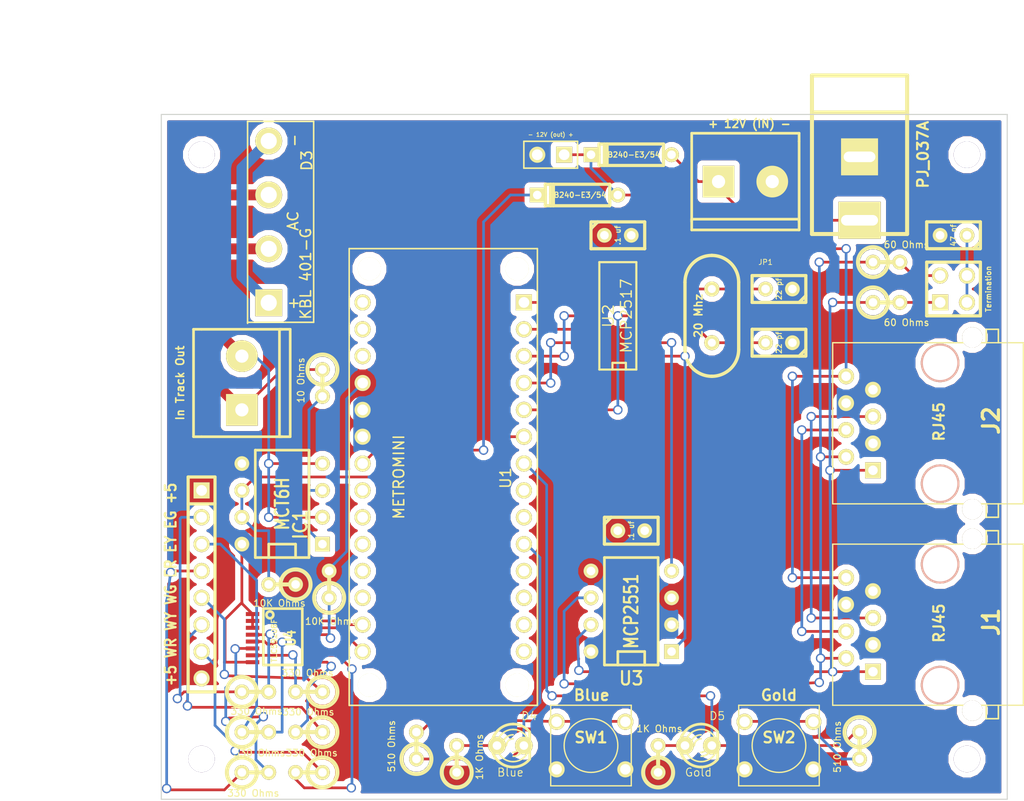
<source format=kicad_pcb>
(kicad_pcb (version 3) (host pcbnew "(2013-june-11)-stable")
  (layers (15 F.Cu signal) (0 B.Cu signal) (18 B.Paste user) (19 F.Paste user) (20 B.SilkS user) (21 F.SilkS user) (22 B.Mask user) (23 F.Mask user) (28 Edge.Cuts user))
  (net 0 "")
  (net 1 +5V)
  (net 2 "/East Green")
  (net 3 "/East Red")
  (net 4 "/East Yellow")
  (net 5 "/West Green")
  (net 6 "/West Red")
  (net 7 "/West Yellow")
  (net 8 CS)
  (net 9 GND)
  (net 10 INT)
  (net 11 MISO)
  (net 12 MOSI)
  (net 13 N-000001)
  (net 14 N-0000011)
  (net 15 N-0000012)
  (net 16 N-0000013)
  (net 17 N-0000014)
  (net 18 N-0000015)
  (net 19 N-0000016)
  (net 20 N-0000017)
  (net 21 N-0000018)
  (net 22 N-0000019)
  (net 23 N-000002)
  (net 24 N-0000020)
  (net 25 N-0000021)
  (net 26 N-0000022)
  (net 27 N-0000023)
  (net 28 N-0000024)
  (net 29 N-0000025)
  (net 30 N-0000026)
  (net 31 N-000003)
  (net 32 N-0000031)
  (net 33 N-000004)
  (net 34 N-0000041)
  (net 35 N-0000042)
  (net 36 N-000005)
  (net 37 N-0000051)
  (net 38 N-0000052)
  (net 39 N-0000053)
  (net 40 N-000006)
  (net 41 N-0000068)
  (net 42 N-000007)
  (net 43 N-000008)
  (net 44 N-000009)
  (net 45 SCL)
  (net 46 SCLK)
  (net 47 SDA)
  (net 48 Vin)
  (module SO14N (layer F.Cu) (at 127 121.92 90)
    (fp_text reference U2 (at 0 -0.9 90) (layer F.SilkS) (effects (font (size 1.016 1.143) (thickness 0.127))))
    (fp_text value MCP2517 (at 0 0.8 90) (layer F.SilkS) (effects (font (size 1.016 1.016) (thickness 0.127))))
    (pad 1 smd rect (at -3.81 2.7 90) (size 0.6 1.5) (layers F.Cu F.Paste F.Mask) (net 39 N-0000053))
    (pad 2 smd rect (at -2.54 2.7 90) (size 0.6 1.5) (layers F.Cu F.Paste F.Mask) (net 41 N-0000068))
    (pad 3 smd rect (at -1.27 2.7 90) (size 0.6 1.5) (layers F.Cu F.Paste F.Mask))
    (pad 4 smd rect (at 0 2.7 90) (size 0.6 1.5) (layers F.Cu F.Paste F.Mask) (net 10 INT))
    (pad 5 smd rect (at 1.27 2.7 90) (size 0.6 1.5) (layers F.Cu F.Paste F.Mask) (net 38 N-0000052))
    (pad 6 smd rect (at 2.54 2.7 90) (size 0.6 1.5) (layers F.Cu F.Paste F.Mask) (net 37 N-0000051))
    (pad 7 smd rect (at 3.81 2.7 90) (size 0.6 1.5) (layers F.Cu F.Paste F.Mask) (net 9 GND))
    (pad 8 smd rect (at 3.81 -2.7 90) (size 0.6 1.6) (layers F.Cu F.Paste F.Mask))
    (pad 9 smd rect (at 2.54 -2.7 90) (size 0.6 1.5) (layers F.Cu F.Paste F.Mask))
    (pad 11 smd rect (at 0 -2.7 90) (size 0.6 1.5) (layers F.Cu F.Paste F.Mask) (net 12 MOSI))
    (pad 12 smd rect (at -1.27 -2.7 90) (size 0.6 1.5) (layers F.Cu F.Paste F.Mask) (net 11 MISO))
    (pad 13 smd rect (at -2.54 -2.7 90) (size 0.6 1.5) (layers F.Cu F.Paste F.Mask) (net 8 CS))
    (pad 14 smd rect (at -3.81 -2.7 90) (size 0.6 1.5) (layers F.Cu F.Paste F.Mask) (net 1 +5V))
    (pad 10 smd rect (at 1.27 -2.7 90) (size 0.6 1.5) (layers F.Cu F.Paste F.Mask) (net 46 SCLK))
  )
  (module SW_PUSH_SMALL (layer F.Cu) (at 124.46 162.56)
    (fp_text reference SW1 (at 0 -0.762) (layer F.SilkS) (effects (font (size 1.016 1.016) (thickness 0.2032))))
    (fp_text value Blue (at 0.0635 -4.7625) (layer F.SilkS) (effects (font (size 1.016 1.016) (thickness 0.2032))))
    (pad 1 thru_hole circle (at 3.25 -2.25) (size 1.524 1.524) (drill 0.99) (layers *.Cu *.Mask F.SilkS) (net 44 N-000009))
    (pad 2 thru_hole circle (at 3.25 2.25) (size 1.524 1.524) (drill 0.99) (layers *.Cu *.Mask F.SilkS) (net 9 GND))
    (pad 1 thru_hole circle (at -3.25 -2.25) (size 1.525 1.525) (drill 0.99) (layers *.Cu *.Mask F.SilkS) (net 44 N-000009))
    (pad 2 thru_hole circle (at -3.25 2.25) (size 1.524 1.524) (drill 0.99) (layers *.Cu *.Mask F.SilkS) (net 9 GND))
  )
  (module SW_PUSH_SMALL (layer F.Cu) (at 142.24 162.56)
    (fp_text reference SW2 (at 0 -0.762) (layer F.SilkS) (effects (font (size 1.016 1.016) (thickness 0.2032))))
    (fp_text value Gold (at 0 -4.7625) (layer F.SilkS) (effects (font (size 1.016 1.016) (thickness 0.2032))))
    (pad 1 thru_hole circle (at 3.25 -2.25) (size 1.524 1.524) (drill 0.99) (layers *.Cu *.Mask F.SilkS) (net 43 N-000008))
    (pad 2 thru_hole circle (at 3.25 2.25) (size 1.524 1.524) (drill 0.99) (layers *.Cu *.Mask F.SilkS) (net 9 GND))
    (pad 1 thru_hole circle (at -3.25 -2.25) (size 1.524 1.524) (drill 0.99) (layers *.Cu *.Mask F.SilkS) (net 43 N-000008))
    (pad 2 thru_hole circle (at -3.25 2.25) (size 1.524 1.524) (drill 0.99) (layers *.Cu *.Mask F.SilkS) (net 9 GND))
  )
  (module RJ45_8N-S (layer F.Cu) (at 157.48 132.08 90)
    (fp_text reference J2 (at 0.254 4.826 90) (layer F.SilkS) (effects (font (size 1.524 1.524) (thickness 0.3048))))
    (fp_text value RJ45 (at 0.14224 -0.1016 90) (layer F.SilkS) (effects (font (size 1.00076 1.00076) (thickness 0.2032))))
    (pad "" np_thru_hole circle (at 5.715 0 90) (size 3.64998 3.64998) (drill 3.2512) (layers *.Cu *.SilkS *.Mask))
    (pad "" np_thru_hole circle (at -5.715 0 90) (size 3.64998 3.64998) (drill 3.2512) (layers *.Cu *.SilkS *.Mask))
    (pad 1 thru_hole rect (at -4.445 -6.35 90) (size 1.50114 1.50114) (drill 0.89916) (layers *.Cu *.Mask F.SilkS) (net 35 N-0000042))
    (pad 2 thru_hole circle (at -3.175 -8.89 90) (size 1.50114 1.50114) (drill 0.89916) (layers *.Cu *.Mask F.SilkS) (net 34 N-0000041))
    (pad 3 thru_hole circle (at -1.905 -6.35 90) (size 1.50114 1.50114) (drill 0.89916) (layers *.Cu *.Mask F.SilkS) (net 9 GND))
    (pad 4 thru_hole circle (at -0.635 -8.89 90) (size 1.50114 1.50114) (drill 0.89916) (layers *.Cu *.Mask F.SilkS) (net 17 N-0000014))
    (pad 5 thru_hole circle (at 0.635 -6.35 90) (size 1.50114 1.50114) (drill 0.89916) (layers *.Cu *.Mask F.SilkS) (net 16 N-0000013))
    (pad 6 thru_hole circle (at 1.905 -8.89 90) (size 1.50114 1.50114) (drill 0.89916) (layers *.Cu *.Mask F.SilkS) (net 9 GND))
    (pad 7 thru_hole circle (at 3.175 -6.35 90) (size 1.50114 1.50114) (drill 0.89916) (layers *.Cu *.Mask F.SilkS) (net 9 GND))
    (pad 8 thru_hole circle (at 4.445 -8.89 90) (size 1.50114 1.50114) (drill 0.89916) (layers *.Cu *.Mask F.SilkS) (net 15 N-0000012))
    (pad "" thru_hole circle (at -8.128 3.048 90) (size 1.9304 1.9304) (drill 1.9304) (layers *.Cu *.Mask F.SilkS))
    (pad "" thru_hole circle (at 8.128 3.048 90) (size 1.9304 1.9304) (drill 1.9304) (layers *.Cu *.Mask F.SilkS))
  )
  (module RJ45_8N-S (layer F.Cu) (at 157.48 151.13 90)
    (fp_text reference J1 (at 0.254 4.826 90) (layer F.SilkS) (effects (font (size 1.524 1.524) (thickness 0.3048))))
    (fp_text value RJ45 (at 0.14224 -0.1016 90) (layer F.SilkS) (effects (font (size 1.00076 1.00076) (thickness 0.2032))))
    (pad "" np_thru_hole circle (at 5.715 0 90) (size 3.64998 3.64998) (drill 3.2512) (layers *.Cu *.SilkS *.Mask))
    (pad "" np_thru_hole circle (at -5.715 0 90) (size 3.64998 3.64998) (drill 3.2512) (layers *.Cu *.SilkS *.Mask))
    (pad 1 thru_hole rect (at -4.445 -6.35 90) (size 1.50114 1.50114) (drill 0.89916) (layers *.Cu *.Mask F.SilkS) (net 35 N-0000042))
    (pad 2 thru_hole circle (at -3.175 -8.89 90) (size 1.50114 1.50114) (drill 0.89916) (layers *.Cu *.Mask F.SilkS) (net 34 N-0000041))
    (pad 3 thru_hole circle (at -1.905 -6.35 90) (size 1.50114 1.50114) (drill 0.89916) (layers *.Cu *.Mask F.SilkS) (net 9 GND))
    (pad 4 thru_hole circle (at -0.635 -8.89 90) (size 1.50114 1.50114) (drill 0.89916) (layers *.Cu *.Mask F.SilkS) (net 17 N-0000014))
    (pad 5 thru_hole circle (at 0.635 -6.35 90) (size 1.50114 1.50114) (drill 0.89916) (layers *.Cu *.Mask F.SilkS) (net 16 N-0000013))
    (pad 6 thru_hole circle (at 1.905 -8.89 90) (size 1.50114 1.50114) (drill 0.89916) (layers *.Cu *.Mask F.SilkS) (net 9 GND))
    (pad 7 thru_hole circle (at 3.175 -6.35 90) (size 1.50114 1.50114) (drill 0.89916) (layers *.Cu *.Mask F.SilkS) (net 9 GND))
    (pad 8 thru_hole circle (at 4.445 -8.89 90) (size 1.50114 1.50114) (drill 0.89916) (layers *.Cu *.Mask F.SilkS) (net 15 N-0000012))
    (pad "" thru_hole circle (at -8.128 3.048 90) (size 1.9304 1.9304) (drill 1.9304) (layers *.Cu *.Mask F.SilkS))
    (pad "" thru_hole circle (at 8.128 3.048 90) (size 1.9304 1.9304) (drill 1.9304) (layers *.Cu *.Mask F.SilkS))
  )
  (module R1 (layer F.Cu) (at 95.25 147.32 180)
    (fp_text reference R5 hide)
    (fp_text value "10K Ohms" (at 0.254 -1.778 180) (layer F.SilkS) (effects (font (size 0.635 0.635) (thickness 0.1016))))
    (pad 1 thru_hole circle (at -1.27 0 180) (size 1.397 1.397) (drill 0.8128) (layers *.Cu *.Mask F.SilkS) (net 1 +5V))
    (pad 2 thru_hole circle (at 1.27 0 180) (size 1.397 1.397) (drill 0.8128) (layers *.Cu *.Mask F.SilkS) (net 13 N-000001))
  )
  (module R1 (layer F.Cu) (at 99.06 128.27 270)
    (fp_text reference R4 hide)
    (fp_text value "10 Ohms" (at -0.254 2.032 270) (layer F.SilkS) (effects (font (size 0.635 0.635) (thickness 0.1016))))
    (pad 1 thru_hole circle (at -1.27 0 270) (size 1.397 1.397) (drill 0.8128) (layers *.Cu *.Mask F.SilkS) (net 19 N-0000016))
    (pad 2 thru_hole circle (at 1.27 0 270) (size 1.397 1.397) (drill 0.8128) (layers *.Cu *.Mask F.SilkS) (net 23 N-000002))
  )
  (module R1 (layer F.Cu) (at 152.4 116.84)
    (fp_text reference R3 hide)
    (fp_text value "60 Ohms" (at 1.905 -1.651) (layer F.SilkS) (effects (font (size 0.635 0.635) (thickness 0.1016))))
    (pad 1 thru_hole circle (at -1.27 0) (size 1.397 1.397) (drill 0.8128) (layers *.Cu *.Mask F.SilkS) (net 34 N-0000041))
    (pad 2 thru_hole circle (at 1.27 0) (size 1.397 1.397) (drill 0.8128) (layers *.Cu *.Mask F.SilkS) (net 22 N-0000019))
  )
  (module R1 (layer F.Cu) (at 152.4 120.65)
    (fp_text reference R2 hide)
    (fp_text value "60 Ohms" (at 1.905 1.905) (layer F.SilkS) (effects (font (size 0.635 0.635) (thickness 0.1016))))
    (pad 1 thru_hole circle (at -1.27 0) (size 1.397 1.397) (drill 0.8128) (layers *.Cu *.Mask F.SilkS) (net 35 N-0000042))
    (pad 2 thru_hole circle (at 1.27 0) (size 1.397 1.397) (drill 0.8128) (layers *.Cu *.Mask F.SilkS) (net 24 N-0000020))
  )
  (module PIN_ARRAY_2X2 (layer F.Cu) (at 158.75 119.38)
    (fp_text reference P1 hide)
    (fp_text value Termination (at 3.302 0 90) (layer F.SilkS) (effects (font (size 0.5 0.5) (thickness 0.1016))))
    (pad 1 thru_hole rect (at -1.27 1.27) (size 1.524 1.524) (drill 1.016) (layers *.Cu *.Mask F.SilkS) (net 24 N-0000020))
    (pad 2 thru_hole circle (at -1.27 -1.27) (size 1.524 1.524) (drill 1.016) (layers *.Cu *.Mask F.SilkS) (net 22 N-0000019))
    (pad 3 thru_hole circle (at 1.27 1.27) (size 1.524 1.524) (drill 1.016) (layers *.Cu *.Mask F.SilkS) (net 21 N-0000018))
    (pad 4 thru_hole circle (at 1.27 -1.27) (size 1.524 1.524) (drill 1.016) (layers *.Cu *.Mask F.SilkS) (net 21 N-0000018))
  )
  (module mors_2p (layer F.Cu) (at 139.065 109.22)
    (fp_text reference P2 hide)
    (fp_text value "+ 12V (IN) -" (at 0.381 -5.461) (layer F.SilkS) (effects (font (size 0.75 0.75))))
    (pad 1 thru_hole rect (at -2.54 0) (size 2.99974 2.99974) (drill 1.24968) (layers *.Cu *.Mask F.SilkS) (net 31 N-000003))
    (pad 2 thru_hole circle (at 2.54 0) (size 2.99974 2.99974) (drill 1.24968) (layers *.Cu *.Mask F.SilkS) (net 9 GND))
  )
  (module mors_2p (layer F.Cu) (at 91.44 128.27 90)
    (fp_text reference P3 hide)
    (fp_text value "In Track Out" (at 0 -5.842 90) (layer F.SilkS) (effects (font (size 0.75 0.75))))
    (pad 1 thru_hole rect (at -2.54 0 90) (size 2.99974 2.99974) (drill 1.24968) (layers *.Cu *.Mask F.SilkS) (net 19 N-0000016))
    (pad 2 thru_hole circle (at 2.54 0 90) (size 2.99974 2.99974) (drill 1.24968) (layers *.Cu *.Mask F.SilkS) (net 18 N-0000015))
  )
  (module MetroMini (layer F.Cu) (at 110.49 137.16 270)
    (fp_text reference U1 (at 0.1 -5.9 270) (layer F.SilkS))
    (fp_text value METROMINI (at 0 4.2 270) (layer F.SilkS))
    (pad "" np_thru_hole circle (at -19.685 -6.985 270) (size 2.2 2.2) (drill 2.2) (layers *.Cu *.Mask F.SilkS))
    (pad "" np_thru_hole circle (at -19.685 6.985 270) (size 2.2 2.2) (drill 2.2) (layers *.Cu *.Mask F.SilkS))
    (pad "" np_thru_hole circle (at 19.685 -6.985 270) (size 2.2 2.2) (drill 2.2) (layers *.Cu *.Mask F.SilkS))
    (pad "" np_thru_hole circle (at 19.685 6.985 270) (size 2.2 2.2) (drill 2.2) (layers *.Cu *.Mask F.SilkS))
    (pad 7 thru_hole circle (at -1.27 -7.63 270) (size 1.524 1.524) (drill 1.016) (layers *.Cu *.Mask F.SilkS) (net 36 N-000005))
    (pad 6 thru_hole circle (at -3.81 -7.63 270) (size 1.524 1.524) (drill 1.016) (layers *.Cu *.Mask F.SilkS) (net 13 N-000001))
    (pad 5 thru_hole circle (at -6.35 -7.63 270) (size 1.524 1.524) (drill 1.016) (layers *.Cu *.Mask F.SilkS) (net 10 INT))
    (pad 4 thru_hole circle (at -8.89 -7.63 270) (size 1.524 1.524) (drill 1.016) (layers *.Cu *.Mask F.SilkS) (net 8 CS))
    (pad 3 thru_hole circle (at -11.43 -7.63 270) (size 1.524 1.524) (drill 1.016) (layers *.Cu *.Mask F.SilkS) (net 12 MOSI))
    (pad 2 thru_hole circle (at -13.97 -7.63 270) (size 1.524 1.524) (drill 1.016) (layers *.Cu *.Mask F.SilkS) (net 11 MISO))
    (pad 1 thru_hole rect (at -16.51 -7.63 270) (size 1.524 1.524) (drill 1.016) (layers *.Cu *.Mask F.SilkS) (net 46 SCLK))
    (pad 8 thru_hole circle (at 1.27 -7.63 270) (size 1.524 1.524) (drill 1.016) (layers *.Cu *.Mask F.SilkS))
    (pad 9 thru_hole circle (at 3.81 -7.63 270) (size 1.524 1.524) (drill 1.016) (layers *.Cu *.Mask F.SilkS))
    (pad 10 thru_hole circle (at 6.35 -7.63 270) (size 1.524 1.524) (drill 1.016) (layers *.Cu *.Mask F.SilkS) (net 33 N-000004))
    (pad 11 thru_hole circle (at 8.89 -7.63 270) (size 1.524 1.524) (drill 1.016) (layers *.Cu *.Mask F.SilkS))
    (pad 12 thru_hole circle (at 11.43 -7.63 270) (size 1.524 1.524) (drill 1.016) (layers *.Cu *.Mask F.SilkS))
    (pad 13 thru_hole circle (at 13.97 -7.63 270) (size 1.524 1.524) (drill 1.016) (layers *.Cu *.Mask F.SilkS))
    (pad 14 thru_hole circle (at 16.51 -7.63 270) (size 1.524 1.524) (drill 1.016) (layers *.Cu *.Mask F.SilkS))
    (pad 15 thru_hole circle (at 16.51 7.63 270) (size 1.524 1.524) (drill 1.016) (layers *.Cu *.Mask F.SilkS) (net 45 SCL))
    (pad 16 thru_hole circle (at 13.97 7.63 270) (size 1.524 1.524) (drill 1.016) (layers *.Cu *.Mask F.SilkS) (net 47 SDA))
    (pad 17 thru_hole circle (at 11.43 7.63 270) (size 1.524 1.524) (drill 1.016) (layers *.Cu *.Mask F.SilkS))
    (pad 18 thru_hole circle (at 8.89 7.63 270) (size 1.524 1.524) (drill 1.016) (layers *.Cu *.Mask F.SilkS))
    (pad 19 thru_hole circle (at 6.35 7.63 270) (size 1.524 1.524) (drill 1.016) (layers *.Cu *.Mask F.SilkS))
    (pad 20 thru_hole circle (at 3.81 7.63 270) (size 1.524 1.524) (drill 1.016) (layers *.Cu *.Mask F.SilkS))
    (pad 21 thru_hole circle (at 1.27 7.63 270) (size 1.524 1.524) (drill 1.016) (layers *.Cu *.Mask F.SilkS))
    (pad 22 thru_hole circle (at -1.27 7.63 270) (size 1.524 1.524) (drill 1.016) (layers *.Cu *.Mask F.SilkS) (net 48 Vin))
    (pad 23 thru_hole circle (at -3.81 7.63 270) (size 1.524 1.524) (drill 1.016) (layers *.Cu *.Mask F.SilkS) (net 9 GND))
    (pad 24 thru_hole circle (at -6.35 7.63 270) (size 1.524 1.524) (drill 1.016) (layers *.Cu *.Mask F.SilkS) (net 9 GND))
    (pad 25 thru_hole circle (at -8.89 7.63 270) (size 1.524 1.524) (drill 1.016) (layers *.Cu *.Mask F.SilkS) (net 1 +5V))
    (pad 26 thru_hole circle (at -11.43 7.63 270) (size 1.524 1.524) (drill 1.016) (layers *.Cu *.Mask F.SilkS))
    (pad 27 thru_hole circle (at -13.97 7.63 270) (size 1.524 1.524) (drill 1.016) (layers *.Cu *.Mask F.SilkS))
    (pad 28 thru_hole circle (at -16.51 7.63 270) (size 1.524 1.524) (drill 1.016) (layers *.Cu *.Mask F.SilkS))
  )
  (module KBL (layer F.Cu) (at 93.98 113.03 90)
    (fp_text reference D3 (at 5.8 3.6 90) (layer F.SilkS))
    (fp_text value "KBL 401-G" (at -4.9 3.5 90) (layer F.SilkS))
    (fp_text user AC (at 0.1 2.3 90) (layer F.SilkS))
    (fp_text user - (at 7.7 2.4 90) (layer F.SilkS))
    (fp_text user + (at -7.7 2.3 90) (layer F.SilkS))
    (pad 1 thru_hole rect (at -7.65 0 90) (size 2.54 2.54) (drill 1.524) (layers *.Cu *.Mask F.SilkS) (net 20 N-0000017))
    (pad 2 thru_hole circle (at -2.55 0 90) (size 2.54 2.54) (drill 1.524) (layers *.Cu *.Mask F.SilkS) (net 18 N-0000015))
    (pad 3 thru_hole circle (at 2.55 0 90) (size 2.54 2.54) (drill 1.524) (layers *.Cu *.Mask F.SilkS) (net 19 N-0000016))
    (pad 4 thru_hole circle (at 7.65 0 90) (size 2.54 2.54) (drill 1.524) (layers *.Cu *.Mask F.SilkS) (net 20 N-0000017))
  )
  (module HC-49V (layer F.Cu) (at 135.89 121.92 90)
    (fp_text reference X1 hide)
    (fp_text value "20 Mhz" (at 0 -1.27 90) (layer F.SilkS) (effects (font (size 0.75 0.75))))
    (pad 1 thru_hole circle (at -2.54 0 90) (size 1.4224 1.4224) (drill 0.762) (layers *.Cu *.Mask F.SilkS) (net 38 N-0000052))
    (pad 2 thru_hole circle (at 2.54 0 90) (size 1.4224 1.4224) (drill 0.762) (layers *.Cu *.Mask F.SilkS) (net 37 N-0000051))
  )
  (module DIP-8__300 (layer F.Cu) (at 95.25 139.7 90)
    (fp_text reference IC1 (at -1.9685 1.7145 90) (layer F.SilkS) (effects (font (size 1.27 1.143) (thickness 0.2032))))
    (fp_text value MCT6H (at 0 0 90) (layer F.SilkS) (effects (font (size 1.27 1.016) (thickness 0.2032))))
    (pad 1 thru_hole rect (at -3.81 3.81 90) (size 1.397 1.397) (drill 0.8128) (layers *.Cu *.Mask F.SilkS) (net 23 N-000002))
    (pad 2 thru_hole circle (at -1.27 3.81 90) (size 1.397 1.397) (drill 0.8128) (layers *.Cu *.Mask F.SilkS) (net 18 N-0000015))
    (pad 3 thru_hole circle (at 1.27 3.81 90) (size 1.397 1.397) (drill 0.8128) (layers *.Cu *.Mask F.SilkS) (net 23 N-000002))
    (pad 4 thru_hole circle (at 3.81 3.81 90) (size 1.397 1.397) (drill 0.8128) (layers *.Cu *.Mask F.SilkS) (net 18 N-0000015))
    (pad 5 thru_hole circle (at 3.81 -3.81 90) (size 1.397 1.397) (drill 0.8128) (layers *.Cu *.Mask F.SilkS) (net 9 GND))
    (pad 6 thru_hole circle (at 1.27 -3.81 90) (size 1.397 1.397) (drill 0.8128) (layers *.Cu *.Mask F.SilkS) (net 13 N-000001))
    (pad 7 thru_hole circle (at -1.27 -3.81 90) (size 1.397 1.397) (drill 0.8128) (layers *.Cu *.Mask F.SilkS) (net 13 N-000001))
    (pad 8 thru_hole circle (at -3.81 -3.81 90) (size 1.397 1.397) (drill 0.8128) (layers *.Cu *.Mask F.SilkS) (net 9 GND))
  )
  (module DIP-8__300 (layer F.Cu) (at 128.27 149.86 90)
    (fp_text reference U3 (at -6.35 0 180) (layer F.SilkS) (effects (font (size 1.27 1.143) (thickness 0.2032))))
    (fp_text value MCP2551 (at 0 0 90) (layer F.SilkS) (effects (font (size 1.27 1.016) (thickness 0.2032))))
    (pad 1 thru_hole rect (at -3.81 3.81 90) (size 1.397 1.397) (drill 0.8128) (layers *.Cu *.Mask F.SilkS) (net 39 N-0000053))
    (pad 2 thru_hole circle (at -1.27 3.81 90) (size 1.397 1.397) (drill 0.8128) (layers *.Cu *.Mask F.SilkS) (net 9 GND))
    (pad 3 thru_hole circle (at 1.27 3.81 90) (size 1.397 1.397) (drill 0.8128) (layers *.Cu *.Mask F.SilkS) (net 1 +5V))
    (pad 4 thru_hole circle (at 3.81 3.81 90) (size 1.397 1.397) (drill 0.8128) (layers *.Cu *.Mask F.SilkS) (net 41 N-0000068))
    (pad 5 thru_hole circle (at 3.81 -3.81 90) (size 1.397 1.397) (drill 0.8128) (layers *.Cu *.Mask F.SilkS) (net 1 +5V))
    (pad 6 thru_hole circle (at 1.27 -3.81 90) (size 1.397 1.397) (drill 0.8128) (layers *.Cu *.Mask F.SilkS) (net 34 N-0000041))
    (pad 7 thru_hole circle (at -1.27 -3.81 90) (size 1.397 1.397) (drill 0.8128) (layers *.Cu *.Mask F.SilkS) (net 35 N-0000042))
    (pad 8 thru_hole circle (at -3.81 -3.81 90) (size 1.397 1.397) (drill 0.8128) (layers *.Cu *.Mask F.SilkS) (net 9 GND))
  )
  (module D3 (layer F.Cu) (at 128.27 106.68 180)
    (fp_text reference D2 hide)
    (fp_text value SB240-E3/54 (at 0 0 180) (layer F.SilkS) (effects (font (size 0.5 0.5) (thickness 0.1016))))
    (pad 2 thru_hole rect (at 3.81 0 180) (size 1.397 1.397) (drill 0.8128) (layers *.Cu *.Mask F.SilkS) (net 14 N-0000011))
    (pad 1 thru_hole circle (at -3.81 0 180) (size 1.397 1.397) (drill 0.8128) (layers *.Cu *.Mask F.SilkS) (net 31 N-000003))
  )
  (module D3 (layer F.Cu) (at 123.19 110.49 180)
    (fp_text reference D1 hide)
    (fp_text value SB240-E3/54 (at 0 0 180) (layer F.SilkS) (effects (font (size 0.5 0.5) (thickness 0.1016))))
    (pad 2 thru_hole rect (at 3.81 0 180) (size 1.397 1.397) (drill 0.8128) (layers *.Cu *.Mask F.SilkS) (net 48 Vin))
    (pad 1 thru_hole circle (at -3.81 0 180) (size 1.397 1.397) (drill 0.8128) (layers *.Cu *.Mask F.SilkS) (net 14 N-0000011))
  )
  (module C1 (layer F.Cu) (at 128.27 142.24)
    (fp_text reference C3 hide)
    (fp_text value ".1 uf" (at 0 0 90) (layer F.SilkS) (effects (font (size 0.5 0.5) (thickness 0.1016))))
    (pad 1 thru_hole circle (at -1.27 0) (size 1.397 1.397) (drill 0.8128) (layers *.Cu *.Mask F.SilkS) (net 1 +5V))
    (pad 2 thru_hole circle (at 1.27 0) (size 1.397 1.397) (drill 0.8128) (layers *.Cu *.Mask F.SilkS) (net 9 GND))
  )
  (module C1 (layer F.Cu) (at 158.75 114.3 180)
    (fp_text reference C4 hide)
    (fp_text value "47 nf" (at 0 0 270) (layer F.SilkS) (effects (font (size 0.5 0.5) (thickness 0.1016))))
    (pad 1 thru_hole circle (at -1.27 0 180) (size 1.397 1.397) (drill 0.8128) (layers *.Cu *.Mask F.SilkS) (net 21 N-0000018))
    (pad 2 thru_hole circle (at 1.27 0 180) (size 1.397 1.397) (drill 0.8128) (layers *.Cu *.Mask F.SilkS) (net 9 GND))
  )
  (module C1 (layer F.Cu) (at 142.24 124.46 180)
    (fp_text reference C2 hide)
    (fp_text value "22 pf" (at 0 0 270) (layer F.SilkS) (effects (font (size 0.5 0.5) (thickness 0.1016))))
    (pad 1 thru_hole circle (at -1.27 0 180) (size 1.397 1.397) (drill 0.8128) (layers *.Cu *.Mask F.SilkS) (net 9 GND))
    (pad 2 thru_hole circle (at 1.27 0 180) (size 1.397 1.397) (drill 0.8128) (layers *.Cu *.Mask F.SilkS) (net 38 N-0000052))
  )
  (module C1 (layer F.Cu) (at 142.24 119.38 180)
    (fp_text reference C1 hide)
    (fp_text value "22 pf" (at 0 0 270) (layer F.SilkS) (effects (font (size 0.5 0.5) (thickness 0.1016))))
    (pad 1 thru_hole circle (at -1.27 0 180) (size 1.397 1.397) (drill 0.8128) (layers *.Cu *.Mask F.SilkS) (net 9 GND))
    (pad 2 thru_hole circle (at 1.27 0 180) (size 1.397 1.397) (drill 0.8128) (layers *.Cu *.Mask F.SilkS) (net 37 N-0000051))
  )
  (module MountingHole_2-5mm_RevA_Date21Jun2010 (layer F.Cu) (at 160.02 106.68)
    (fp_text reference MH hide)
    (fp_text value MountingHole_2-5mm_RevA_Date21Jun2010 hide)
    (pad 1 thru_hole circle (at 0 0) (size 2.49936 2.49936) (drill 2.49936) (layers))
  )
  (module MountingHole_2-5mm_RevA_Date21Jun2010 (layer F.Cu) (at 160.02 163.83)
    (fp_text reference MH hide)
    (fp_text value MountingHole_2-5mm_RevA_Date21Jun2010 hide)
    (pad 1 thru_hole circle (at 0 0) (size 2.49936 2.49936) (drill 2.49936) (layers))
  )
  (module MountingHole_2-5mm_RevA_Date21Jun2010 (layer F.Cu) (at 87.63 163.83)
    (fp_text reference MH hide)
    (fp_text value MountingHole_2-5mm_RevA_Date21Jun2010 hide)
    (pad 1 thru_hole circle (at 0 0) (size 2.49936 2.49936) (drill 2.49936) (layers))
  )
  (module MountingHole_2-5mm_RevA_Date21Jun2010 (layer F.Cu) (at 87.63 106.68)
    (fp_text reference MH hide)
    (fp_text value MountingHole_2-5mm_RevA_Date21Jun2010 hide)
    (pad 1 thru_hole circle (at 0 0) (size 2.49936 2.49936) (drill 2.49936) (layers))
  )
  (module ScrewTerm2.54-2 (layer F.Cu) (at 120.65 106.68 180)
    (fp_text reference P5 hide)
    (fp_text value "- 12V (out) +" (at 0 1.905 180) (layer F.SilkS) (effects (font (size 0.381 0.381) (thickness 0.075))))
    (pad 1 thru_hole rect (at -1.27 0 270) (size 1.524 1.524) (drill 1.016) (layers *.Cu *.Mask F.SilkS) (net 14 N-0000011))
    (pad 2 thru_hole circle (at 1.27 0 270) (size 1.524 1.524) (drill 1.016) (layers *.Cu *.Mask F.SilkS) (net 9 GND))
  )
  (module R1 (layer F.Cu) (at 111.76 163.83 90)
    (fp_text reference R9 hide)
    (fp_text value "1K Ohms" (at 0.1905 2.159 90) (layer F.SilkS) (effects (font (size 0.635 0.635) (thickness 0.1016))))
    (pad 1 thru_hole circle (at -1.27 0 90) (size 1.397 1.397) (drill 0.8128) (layers *.Cu *.Mask F.SilkS) (net 1 +5V))
    (pad 2 thru_hole circle (at 1.27 0 90) (size 1.397 1.397) (drill 0.8128) (layers *.Cu *.Mask F.SilkS) (net 42 N-000007))
  )
  (module R1 (layer F.Cu) (at 130.81 163.83 90)
    (fp_text reference R10 hide)
    (fp_text value "1K Ohms" (at 2.8575 0.127 180) (layer F.SilkS) (effects (font (size 0.635 0.635) (thickness 0.1016))))
    (pad 1 thru_hole circle (at -1.27 0 90) (size 1.397 1.397) (drill 0.8128) (layers *.Cu *.Mask F.SilkS) (net 1 +5V))
    (pad 2 thru_hole circle (at 1.27 0 90) (size 1.397 1.397) (drill 0.8128) (layers *.Cu *.Mask F.SilkS) (net 40 N-000006))
  )
  (module R1 (layer F.Cu) (at 107.95 162.56 90)
    (fp_text reference R11 hide)
    (fp_text value "510 Ohms" (at -0.0635 -2.3495 90) (layer F.SilkS) (effects (font (size 0.635 0.635) (thickness 0.1016))))
    (pad 1 thru_hole circle (at -1.27 0 90) (size 1.397 1.397) (drill 0.8128) (layers *.Cu *.Mask F.SilkS) (net 33 N-000004))
    (pad 2 thru_hole circle (at 1.27 0 90) (size 1.397 1.397) (drill 0.8128) (layers *.Cu *.Mask F.SilkS) (net 44 N-000009))
  )
  (module R1 (layer F.Cu) (at 149.86 162.56 270)
    (fp_text reference R12 hide)
    (fp_text value "510 Ohms" (at 0.127 2.0955 270) (layer F.SilkS) (effects (font (size 0.635 0.635) (thickness 0.1016))))
    (pad 1 thru_hole circle (at -1.27 0 270) (size 1.397 1.397) (drill 0.8128) (layers *.Cu *.Mask F.SilkS) (net 36 N-000005))
    (pad 2 thru_hole circle (at 1.27 0 270) (size 1.397 1.397) (drill 0.8128) (layers *.Cu *.Mask F.SilkS) (net 43 N-000008))
  )
  (module LED-3MM (layer F.Cu) (at 116.84 162.56)
    (fp_text reference D4 (at 1.778 -2.794) (layer F.SilkS) (effects (font (size 0.762 0.762) (thickness 0.0889))))
    (fp_text value Blue (at 0 2.54) (layer F.SilkS) (effects (font (size 0.762 0.762) (thickness 0.0889))))
    (pad 1 thru_hole circle (at -1.27 0) (size 1.6764 1.6764) (drill 0.8128) (layers *.Cu *.Mask F.SilkS) (net 42 N-000007))
    (pad 2 thru_hole circle (at 1.27 0) (size 1.6764 1.6764) (drill 0.8128) (layers *.Cu *.Mask F.SilkS) (net 33 N-000004))
  )
  (module LED-3MM (layer F.Cu) (at 134.62 162.56)
    (fp_text reference D5 (at 1.778 -2.794) (layer F.SilkS) (effects (font (size 0.762 0.762) (thickness 0.0889))))
    (fp_text value Gold (at 0 2.54) (layer F.SilkS) (effects (font (size 0.762 0.762) (thickness 0.0889))))
    (pad 1 thru_hole circle (at -1.27 0) (size 1.6764 1.6764) (drill 0.8128) (layers *.Cu *.Mask F.SilkS) (net 40 N-000006))
    (pad 2 thru_hole circle (at 1.27 0) (size 1.6764 1.6764) (drill 0.8128) (layers *.Cu *.Mask F.SilkS) (net 36 N-000005))
  )
  (module C1 (layer F.Cu) (at 127 114.3)
    (fp_text reference C5 hide)
    (fp_text value ".1 uf" (at 0 0 90) (layer F.SilkS) (effects (font (size 0.5 0.5) (thickness 0.1016))))
    (pad 1 thru_hole circle (at -1.27 0) (size 1.397 1.397) (drill 0.8128) (layers *.Cu *.Mask F.SilkS) (net 1 +5V))
    (pad 2 thru_hole circle (at 1.27 0) (size 1.397 1.397) (drill 0.8128) (layers *.Cu *.Mask F.SilkS) (net 9 GND))
  )
  (module BARREL_JACK_nosw (layer F.Cu) (at 149.86 106.68 270)
    (fp_text reference CON1 hide)
    (fp_text value PJ_037A (at 0 -5.99948 270) (layer F.SilkS) (effects (font (size 1.016 1.016) (thickness 0.2032))))
    (pad 1 thru_hole rect (at 6.2 0 270) (size 3.50012 4) (drill oval 1 3.5) (layers *.Cu *.Mask F.SilkS) (net 31 N-000003))
    (pad 2 thru_hole rect (at 0.2 0 270) (size 3.50012 3.50012) (drill oval 1.00076 2.99974) (layers *.Cu *.Mask F.SilkS) (net 9 GND))
  )
  (module ClosedJumper (layer F.Cu) (at 140.97 115.57)
    (fp_text reference JP1 (at 0 1.27) (layer F.SilkS) (effects (font (size 0.5 0.5) (thickness 0.075))))
    (fp_text value JUMPER hide)
    (fp_line (start -1.27 0) (end 1.27 0) (layer F.Cu) (width 0.3))
    (pad 1 smd rect (at 1.27 0) (size 1.27 1.27) (layers F.Cu F.Paste F.Mask) (net 15 N-0000012))
    (pad 2 smd rect (at -1.27 0) (size 1.27 1.27) (layers F.Cu F.Paste F.Mask) (net 14 N-0000011))
  )
  (module TSSOP16 (layer F.Cu) (at 95.25 152.4 270)
    (fp_text reference U4 (at 0 -0.7493 270) (layer F.SilkS) (effects (font (size 1.016 0.762) (thickness 0.1905))))
    (fp_text value TLC59208F (at 0.24892 0.7493 270) (layer F.SilkS) (effects (font (size 0.5 0.5) (thickness 0.1))))
    (pad 1 smd rect (at -2.27584 2.79908 270) (size 0.381 1.27) (layers F.Cu F.Paste F.Mask) (net 9 GND))
    (pad 2 smd rect (at -1.6256 2.79908 270) (size 0.381 1.27) (layers F.Cu F.Paste F.Mask) (net 9 GND))
    (pad 3 smd rect (at -0.97536 2.79908 270) (size 0.381 1.27) (layers F.Cu F.Paste F.Mask) (net 9 GND))
    (pad 4 smd rect (at -0.32512 2.79908 270) (size 0.381 1.27) (layers F.Cu F.Paste F.Mask) (net 30 N-0000026))
    (pad 5 smd rect (at 0.32512 2.79908 270) (size 0.381 1.27) (layers F.Cu F.Paste F.Mask) (net 29 N-0000025))
    (pad 6 smd rect (at 0.97536 2.79908 270) (size 0.381 1.27) (layers F.Cu F.Paste F.Mask) (net 28 N-0000024))
    (pad 7 smd rect (at 1.6256 2.79908 270) (size 0.381 1.27) (layers F.Cu F.Paste F.Mask) (net 27 N-0000023))
    (pad 8 smd rect (at 2.27584 2.79908 270) (size 0.381 1.27) (layers F.Cu F.Paste F.Mask) (net 9 GND))
    (pad 9 smd rect (at 2.27584 -2.79908 270) (size 0.381 1.27) (layers F.Cu F.Paste F.Mask) (net 26 N-0000022))
    (pad 10 smd rect (at 1.6256 -2.79908 270) (size 0.381 1.27) (layers F.Cu F.Paste F.Mask) (net 25 N-0000021))
    (pad 11 smd rect (at 0.97536 -2.79908 270) (size 0.381 1.27) (layers F.Cu F.Paste F.Mask))
    (pad 12 smd rect (at 0.32512 -2.79908 270) (size 0.381 1.27) (layers F.Cu F.Paste F.Mask))
    (pad 13 smd rect (at -0.32512 -2.79908 270) (size 0.381 1.27) (layers F.Cu F.Paste F.Mask) (net 32 N-0000031))
    (pad 14 smd rect (at -0.97536 -2.79908 270) (size 0.381 1.27) (layers F.Cu F.Paste F.Mask) (net 45 SCL))
    (pad 15 smd rect (at -1.6256 -2.79908 270) (size 0.381 1.27) (layers F.Cu F.Paste F.Mask) (net 47 SDA))
    (pad 16 smd rect (at -2.27584 -2.79908 270) (size 0.381 1.27) (layers F.Cu F.Paste F.Mask) (net 1 +5V))
  )
  (module ScrewTerm254-8 (layer F.Cu) (at 87.63 144.78 270)
    (fp_text reference P4 hide)
    (fp_text value "+5 WR WY WG ER EY EG +5" (at 2.54 2.921 270) (layer F.SilkS) (effects (font (size 1.016 0.889) (thickness 0.2032))))
    (pad 1 thru_hole rect (at -6.35 0 270) (size 1.524 1.524) (drill 1.016) (layers *.Cu *.Mask F.SilkS) (net 1 +5V))
    (pad 2 thru_hole circle (at -3.81 0 270) (size 1.524 1.524) (drill 1.016) (layers *.Cu *.Mask F.SilkS) (net 2 "/East Green"))
    (pad 3 thru_hole circle (at -1.27 0 270) (size 1.524 1.524) (drill 1.016) (layers *.Cu *.Mask F.SilkS) (net 4 "/East Yellow"))
    (pad 4 thru_hole circle (at 1.27 0 270) (size 1.524 1.524) (drill 1.016) (layers *.Cu *.Mask F.SilkS) (net 3 "/East Red"))
    (pad 5 thru_hole circle (at 3.81 0 270) (size 1.524 1.524) (drill 1.016) (layers *.Cu *.Mask F.SilkS) (net 5 "/West Green"))
    (pad 6 thru_hole circle (at 6.35 0 270) (size 1.524 1.524) (drill 1.016) (layers *.Cu *.Mask F.SilkS) (net 7 "/West Yellow"))
    (pad 7 thru_hole circle (at 8.89 0 270) (size 1.524 1.524) (drill 1.016) (layers *.Cu *.Mask F.SilkS) (net 6 "/West Red"))
    (pad 8 thru_hole circle (at 11.43 0 270) (size 1.524 1.524) (drill 1.016) (layers *.Cu *.Mask F.SilkS) (net 1 +5V))
  )
  (module R1 (layer F.Cu) (at 99.695 147.32 90)
    (fp_text reference R15 hide)
    (fp_text value "10K Ohms" (at -3.4925 0.1905 180) (layer F.SilkS) (effects (font (size 0.635 0.635) (thickness 0.1016))))
    (pad 1 thru_hole circle (at -1.27 0 90) (size 1.397 1.397) (drill 0.8128) (layers *.Cu *.Mask F.SilkS) (net 32 N-0000031))
    (pad 2 thru_hole circle (at 1.27 0 90) (size 1.397 1.397) (drill 0.8128) (layers *.Cu *.Mask F.SilkS) (net 1 +5V))
  )
  (module R1 (layer F.Cu) (at 92.71 157.48)
    (fp_text reference R1 hide)
    (fp_text value "330 Ohms" (at 0.127 1.8415) (layer F.SilkS) (effects (font (size 0.635 0.635) (thickness 0.1016))))
    (pad 1 thru_hole circle (at -1.27 0) (size 1.397 1.397) (drill 0.8128) (layers *.Cu *.Mask F.SilkS) (net 2 "/East Green"))
    (pad 2 thru_hole circle (at 1.27 0) (size 1.397 1.397) (drill 0.8128) (layers *.Cu *.Mask F.SilkS) (net 30 N-0000026))
  )
  (module R1 (layer F.Cu) (at 92.71 161.29)
    (fp_text reference R6 hide)
    (fp_text value "330 Ohms" (at 0.381 1.9685) (layer F.SilkS) (effects (font (size 0.635 0.635) (thickness 0.1016))))
    (pad 1 thru_hole circle (at -1.27 0) (size 1.397 1.397) (drill 0.8128) (layers *.Cu *.Mask F.SilkS) (net 4 "/East Yellow"))
    (pad 2 thru_hole circle (at 1.27 0) (size 1.397 1.397) (drill 0.8128) (layers *.Cu *.Mask F.SilkS) (net 29 N-0000025))
  )
  (module R1 (layer F.Cu) (at 92.71 165.1)
    (fp_text reference R7 hide)
    (fp_text value "330 Ohms" (at -0.1905 1.9685) (layer F.SilkS) (effects (font (size 0.635 0.635) (thickness 0.1016))))
    (pad 1 thru_hole circle (at -1.27 0) (size 1.397 1.397) (drill 0.8128) (layers *.Cu *.Mask F.SilkS) (net 3 "/East Red"))
    (pad 2 thru_hole circle (at 1.27 0) (size 1.397 1.397) (drill 0.8128) (layers *.Cu *.Mask F.SilkS) (net 28 N-0000024))
  )
  (module R1 (layer F.Cu) (at 97.79 157.48 180)
    (fp_text reference R8 hide)
    (fp_text value "330 Ohms" (at 0.127 1.778 180) (layer F.SilkS) (effects (font (size 0.635 0.635) (thickness 0.1016))))
    (pad 1 thru_hole circle (at -1.27 0 180) (size 1.397 1.397) (drill 0.8128) (layers *.Cu *.Mask F.SilkS) (net 5 "/West Green"))
    (pad 2 thru_hole circle (at 1.27 0 180) (size 1.397 1.397) (drill 0.8128) (layers *.Cu *.Mask F.SilkS) (net 27 N-0000023))
  )
  (module R1 (layer F.Cu) (at 97.79 161.29 180)
    (fp_text reference R13 hide)
    (fp_text value "330 Ohms" (at 0.0635 1.905 180) (layer F.SilkS) (effects (font (size 0.635 0.635) (thickness 0.1016))))
    (pad 1 thru_hole circle (at -1.27 0 180) (size 1.397 1.397) (drill 0.8128) (layers *.Cu *.Mask F.SilkS) (net 7 "/West Yellow"))
    (pad 2 thru_hole circle (at 1.27 0 180) (size 1.397 1.397) (drill 0.8128) (layers *.Cu *.Mask F.SilkS) (net 26 N-0000022))
  )
  (module R1 (layer F.Cu) (at 97.79 165.1 180)
    (fp_text reference R14 hide)
    (fp_text value "330 Ohms" (at -0.254 1.8415 180) (layer F.SilkS) (effects (font (size 0.635 0.635) (thickness 0.1016))))
    (pad 1 thru_hole circle (at -1.27 0 180) (size 1.397 1.397) (drill 0.8128) (layers *.Cu *.Mask F.SilkS) (net 6 "/West Red"))
    (pad 2 thru_hole circle (at 1.27 0 180) (size 1.397 1.397) (drill 0.8128) (layers *.Cu *.Mask F.SilkS) (net 25 N-0000021))
  )
  (gr_line (start 83.82 167.64) (end 163.83 167.64) (angle 90) (layer Edge.Cuts) (width 0.1))
  (gr_line (start 83.82 102.87) (end 83.82 167.64) (angle 90) (layer Edge.Cuts) (width 0.1))
  (gr_line (start 163.83 102.87) (end 83.82 102.87) (angle 90) (layer Edge.Cuts) (width 0.1))
  (gr_line (start 163.83 167.64) (end 163.83 102.87) (angle 90) (layer Edge.Cuts) (width 0.1))
  (segment (start 96.52 147.32) (end 98.425 147.32) (width 0.254) (layer F.Cu) (net 1))
  (segment (start 98.425 147.32) (end 99.695 146.05) (width 0.254) (layer F.Cu) (net 1))
  (segment (start 98.04908 150.12416) (end 98.04908 148.84908) (width 0.254) (layer F.Cu) (net 1))
  (segment (start 98.04908 148.84908) (end 96.52 147.32) (width 0.254) (layer F.Cu) (net 1))
  (segment (start 99.695 146.05) (end 99.695 145.8595) (width 0.254) (layer B.Cu) (net 1))
  (segment (start 99.695 145.8595) (end 101.346 144.2085) (width 0.254) (layer B.Cu) (net 1))
  (segment (start 101.346 144.2085) (end 101.346 129.784) (width 0.254) (layer B.Cu) (net 1))
  (segment (start 101.346 129.784) (end 102.86 128.27) (width 0.254) (layer B.Cu) (net 1))
  (segment (start 85.598 157.988) (end 85.471 157.988) (width 0.254) (layer B.Cu) (net 2))
  (segment (start 85.725 140.97) (end 85.598 141.097) (width 0.254) (layer B.Cu) (net 2))
  (segment (start 85.598 141.097) (end 85.598 157.861) (width 0.254) (layer B.Cu) (net 2))
  (segment (start 85.598 157.861) (end 85.598 157.988) (width 0.254) (layer B.Cu) (net 2))
  (segment (start 87.63 140.97) (end 85.725 140.97) (width 0.254) (layer B.Cu) (net 2))
  (segment (start 85.979 157.48) (end 91.44 157.48) (width 0.254) (layer F.Cu) (net 2))
  (segment (start 85.344 158.115) (end 85.979 157.48) (width 0.254) (layer F.Cu) (net 2))
  (via (at 85.344 158.115) (size 0.889) (layers F.Cu B.Cu) (net 2))
  (segment (start 85.471 157.988) (end 85.344 158.115) (width 0.254) (layer B.Cu) (net 2))
  (segment (start 87.63 146.05) (end 84.836 146.05) (width 0.254) (layer F.Cu) (net 3))
  (segment (start 84.328 148.844) (end 84.328 166.624) (width 0.254) (layer B.Cu) (net 3))
  (via (at 84.328 166.624) (size 0.889) (layers F.Cu B.Cu) (net 3))
  (segment (start 84.328 166.624) (end 84.455 166.751) (width 0.254) (layer F.Cu) (net 3))
  (segment (start 84.455 166.751) (end 89.789 166.751) (width 0.254) (layer F.Cu) (net 3))
  (segment (start 89.789 166.751) (end 91.44 165.1) (width 0.254) (layer F.Cu) (net 3))
  (segment (start 84.328 148.971) (end 84.328 148.844) (width 0.254) (layer B.Cu) (net 3))
  (segment (start 84.709 146.177) (end 84.328 148.971) (width 0.254) (layer B.Cu) (net 3))
  (via (at 84.709 146.177) (size 0.889) (layers F.Cu B.Cu) (net 3))
  (segment (start 84.836 146.05) (end 84.709 146.177) (width 0.254) (layer F.Cu) (net 3))
  (segment (start 87.63 146.05) (end 87.503 146.05) (width 0.254) (layer B.Cu) (net 3))
  (segment (start 87.63 143.51) (end 89.408 143.51) (width 0.254) (layer B.Cu) (net 4))
  (segment (start 92.837 158.9405) (end 91.44 161.29) (width 0.254) (layer B.Cu) (net 4))
  (segment (start 92.837 146.939) (end 92.837 158.9405) (width 0.254) (layer B.Cu) (net 4))
  (segment (start 89.408 143.51) (end 92.837 146.939) (width 0.254) (layer B.Cu) (net 4))
  (segment (start 87.63 148.59) (end 87.757 148.59) (width 0.254) (layer B.Cu) (net 5))
  (segment (start 97.596311 156.204302) (end 99.06 157.48) (width 0.254) (layer F.Cu) (net 5))
  (segment (start 89.916 155.956) (end 97.596311 156.204302) (width 0.254) (layer F.Cu) (net 5))
  (segment (start 89.789 155.829) (end 89.916 155.956) (width 0.254) (layer F.Cu) (net 5))
  (via (at 89.789 155.829) (size 0.889) (layers F.Cu B.Cu) (net 5))
  (segment (start 89.789 150.622) (end 89.789 155.829) (width 0.254) (layer B.Cu) (net 5))
  (segment (start 87.757 148.59) (end 89.789 150.622) (width 0.254) (layer B.Cu) (net 5))
  (segment (start 87.63 153.67) (end 88.9 154.94) (width 0.254) (layer B.Cu) (net 6))
  (segment (start 97.155 163.195) (end 99.06 165.1) (width 0.254) (layer F.Cu) (net 6))
  (segment (start 90.932 163.195) (end 97.155 163.195) (width 0.254) (layer F.Cu) (net 6))
  (segment (start 90.805 163.068) (end 90.932 163.195) (width 0.254) (layer F.Cu) (net 6))
  (via (at 90.805 163.068) (size 0.889) (layers F.Cu B.Cu) (net 6))
  (segment (start 90.805 162.56) (end 90.805 163.068) (width 0.254) (layer B.Cu) (net 6))
  (segment (start 88.9 160.655) (end 90.805 162.56) (width 0.254) (layer B.Cu) (net 6))
  (segment (start 88.9 154.94) (end 88.9 160.655) (width 0.254) (layer B.Cu) (net 6))
  (segment (start 87.63 151.13) (end 86.36 152.4) (width 0.254) (layer B.Cu) (net 7))
  (segment (start 97.0915 158.9405) (end 99.06 161.29) (width 0.254) (layer F.Cu) (net 7))
  (segment (start 86.4235 158.9405) (end 97.0915 158.9405) (width 0.254) (layer F.Cu) (net 7))
  (segment (start 86.233 158.369) (end 86.36 158.496) (width 0.254) (layer F.Cu) (net 7))
  (via (at 86.2965 158.8135) (size 0.889) (layers F.Cu B.Cu) (net 7))
  (segment (start 86.36 152.4) (end 86.2965 158.8135) (width 0.254) (layer B.Cu) (net 7))
  (segment (start 124.3 124.46) (end 120.65 124.46) (width 0.254) (layer F.Cu) (net 8))
  (segment (start 120.65 128.27) (end 118.12 128.27) (width 0.254) (layer F.Cu) (net 8))
  (via (at 120.65 128.27) (size 0.889) (layers F.Cu B.Cu) (net 8))
  (segment (start 120.65 124.46) (end 120.65 128.27) (width 0.254) (layer B.Cu) (net 8))
  (via (at 120.65 124.46) (size 0.889) (layers F.Cu B.Cu) (net 8))
  (segment (start 92.45092 154.67584) (end 89.77884 154.67584) (width 0.254) (layer F.Cu) (net 9))
  (segment (start 89.8525 150.622) (end 91.44 149.0345) (width 0.254) (layer F.Cu) (net 9))
  (segment (start 89.8525 154.60218) (end 89.8525 150.622) (width 0.254) (layer F.Cu) (net 9))
  (segment (start 89.77884 154.67584) (end 89.8525 154.60218) (width 0.254) (layer F.Cu) (net 9))
  (segment (start 91.44 143.51) (end 91.44 149.0345) (width 0.254) (layer F.Cu) (net 9))
  (segment (start 91.44 149.0345) (end 91.44 149.11324) (width 0.254) (layer F.Cu) (net 9))
  (segment (start 91.44 149.11324) (end 92.45092 150.12416) (width 0.254) (layer F.Cu) (net 9))
  (segment (start 92.45092 150.7744) (end 92.45092 150.12416) (width 0.254) (layer F.Cu) (net 9))
  (segment (start 92.45092 151.42464) (end 92.45092 150.7744) (width 0.254) (layer F.Cu) (net 9))
  (segment (start 129.7 118.11) (end 129.7 115.73) (width 0.254) (layer F.Cu) (net 9))
  (segment (start 129.7 115.73) (end 128.27 114.3) (width 0.254) (layer F.Cu) (net 9))
  (segment (start 129.7 121.92) (end 127 121.92) (width 0.254) (layer F.Cu) (net 10))
  (segment (start 127 130.81) (end 118.12 130.81) (width 0.254) (layer F.Cu) (net 10))
  (via (at 127 130.81) (size 0.889) (layers F.Cu B.Cu) (net 10))
  (segment (start 127 121.92) (end 127 130.81) (width 0.254) (layer B.Cu) (net 10))
  (via (at 127 121.92) (size 0.889) (layers F.Cu B.Cu) (net 10))
  (segment (start 124.3 123.19) (end 118.12 123.19) (width 0.254) (layer F.Cu) (net 11))
  (segment (start 124.3 121.92) (end 121.92 121.92) (width 0.254) (layer F.Cu) (net 12))
  (segment (start 121.92 125.73) (end 118.12 125.73) (width 0.254) (layer F.Cu) (net 12))
  (via (at 121.92 125.73) (size 0.889) (layers F.Cu B.Cu) (net 12))
  (segment (start 121.92 121.92) (end 121.92 125.73) (width 0.254) (layer B.Cu) (net 12))
  (via (at 121.92 121.92) (size 0.889) (layers F.Cu B.Cu) (net 12))
  (segment (start 91.44 138.43) (end 92.71 137.16) (width 0.254) (layer F.Cu) (net 13))
  (segment (start 116.84 133.35) (end 118.12 133.35) (width 0.254) (layer F.Cu) (net 13))
  (segment (start 115.57 134.62) (end 116.84 133.35) (width 0.254) (layer F.Cu) (net 13))
  (segment (start 115.57 137.16) (end 115.57 134.62) (width 0.254) (layer F.Cu) (net 13))
  (segment (start 92.71 137.16) (end 115.57 137.16) (width 0.254) (layer F.Cu) (net 13))
  (segment (start 118.11 133.35) (end 118.12 133.35) (width 0.254) (layer F.Cu) (net 13))
  (segment (start 93.98 147.32) (end 93.98 142.24) (width 0.254) (layer B.Cu) (net 13))
  (segment (start 92.71 142.24) (end 91.44 140.97) (width 0.254) (layer B.Cu) (net 13))
  (segment (start 93.98 142.24) (end 92.71 142.24) (width 0.254) (layer B.Cu) (net 13))
  (segment (start 91.44 140.97) (end 91.44 138.43) (width 0.254) (layer B.Cu) (net 13))
  (segment (start 139.7 115.57) (end 133.985 115.57) (width 0.254) (layer F.Cu) (net 14))
  (segment (start 133.985 115.57) (end 130.175 111.76) (width 0.254) (layer F.Cu) (net 14))
  (segment (start 124.46 106.68) (end 124.46 107.95) (width 0.254) (layer B.Cu) (net 14))
  (segment (start 124.46 107.95) (end 127 110.49) (width 0.254) (layer B.Cu) (net 14))
  (segment (start 124.46 106.68) (end 121.92 106.68) (width 0.254) (layer F.Cu) (net 14))
  (segment (start 128.905 110.49) (end 127 110.49) (width 0.254) (layer F.Cu) (net 14))
  (segment (start 130.175 111.76) (end 128.905 110.49) (width 0.254) (layer F.Cu) (net 14))
  (segment (start 130.556 112.141) (end 130.175 111.76) (width 0.254) (layer F.Cu) (net 14))
  (segment (start 142.24 115.57) (end 148.59 115.57) (width 0.254) (layer F.Cu) (net 15))
  (segment (start 148.59 127.635) (end 148.59 115.57) (width 0.254) (layer B.Cu) (net 15))
  (segment (start 148.59 115.57) (end 148.463 115.697) (width 0.254) (layer F.Cu) (net 15))
  (via (at 148.59 115.57) (size 0.889) (layers F.Cu B.Cu) (net 15))
  (segment (start 148.59 146.685) (end 143.51 146.685) (width 0.254) (layer F.Cu) (net 15))
  (segment (start 143.51 127.635) (end 148.59 127.635) (width 0.254) (layer F.Cu) (net 15))
  (via (at 143.51 127.635) (size 0.889) (layers F.Cu B.Cu) (net 15))
  (segment (start 143.51 146.685) (end 143.51 127.635) (width 0.254) (layer B.Cu) (net 15))
  (via (at 143.51 146.685) (size 0.889) (layers F.Cu B.Cu) (net 15))
  (segment (start 151.13 150.495) (end 145.288 150.495) (width 0.254) (layer F.Cu) (net 16))
  (segment (start 145.288 131.445) (end 151.13 131.445) (width 0.254) (layer F.Cu) (net 16))
  (via (at 145.288 131.445) (size 0.889) (layers F.Cu B.Cu) (net 16))
  (segment (start 145.288 150.495) (end 145.288 131.445) (width 0.254) (layer B.Cu) (net 16))
  (via (at 145.288 150.495) (size 0.889) (layers F.Cu B.Cu) (net 16))
  (segment (start 148.59 132.715) (end 144.399 132.715) (width 0.254) (layer F.Cu) (net 17))
  (segment (start 144.399 151.765) (end 148.59 151.765) (width 0.254) (layer F.Cu) (net 17))
  (via (at 144.399 151.765) (size 0.889) (layers F.Cu B.Cu) (net 17))
  (segment (start 144.399 148.336) (end 144.399 151.765) (width 0.254) (layer B.Cu) (net 17))
  (segment (start 144.399 132.715) (end 144.399 148.336) (width 0.254) (layer B.Cu) (net 17))
  (via (at 144.399 132.715) (size 0.889) (layers F.Cu B.Cu) (net 17))
  (segment (start 91.44 125.73) (end 92.71 125.73) (width 0.254) (layer B.Cu) (net 18))
  (segment (start 93.98 127) (end 93.98 135.89) (width 0.254) (layer B.Cu) (net 18))
  (segment (start 92.71 125.73) (end 93.98 127) (width 0.254) (layer B.Cu) (net 18))
  (segment (start 88.91 115.58) (end 88.91 123.18) (width 1.02) (layer F.Cu) (net 18))
  (segment (start 91.44 125.71) (end 91.44 125.73) (width 1.02) (layer F.Cu) (net 18))
  (segment (start 88.91 123.18) (end 91.44 125.71) (width 1.02) (layer F.Cu) (net 18))
  (segment (start 88.91 115.58) (end 93.98 115.58) (width 1.02) (layer F.Cu) (net 18))
  (segment (start 88.9 115.57) (end 88.91 115.58) (width 0.75) (layer F.Cu) (net 18))
  (segment (start 93.98 135.89) (end 93.98 140.97) (width 0.254) (layer B.Cu) (net 18))
  (via (at 93.98 140.97) (size 0.889) (layers F.Cu B.Cu) (net 18))
  (segment (start 93.98 140.97) (end 99.06 140.97) (width 0.254) (layer F.Cu) (net 18))
  (segment (start 93.98 135.89) (end 99.06 135.89) (width 0.254) (layer F.Cu) (net 18))
  (via (at 93.98 135.89) (size 0.889) (layers F.Cu B.Cu) (net 18))
  (segment (start 91.44 130.81) (end 95.25 127) (width 0.254) (layer F.Cu) (net 19))
  (segment (start 95.25 127) (end 99.06 127) (width 0.254) (layer F.Cu) (net 19))
  (segment (start 93.98 110.48) (end 86.37 110.48) (width 1.02) (layer F.Cu) (net 19))
  (segment (start 86.37 110.48) (end 86.36 110.49) (width 1.02) (layer F.Cu) (net 19))
  (segment (start 86.36 110.49) (end 86.36 125.73) (width 1.02) (layer F.Cu) (net 19))
  (segment (start 86.36 125.73) (end 91.44 130.81) (width 1.02) (layer F.Cu) (net 19))
  (segment (start 93.98 105.38) (end 93.98 105.41) (width 1.02) (layer B.Cu) (net 20))
  (segment (start 93.98 105.41) (end 91.44 107.95) (width 1.02) (layer B.Cu) (net 20))
  (segment (start 91.44 107.95) (end 91.44 118.14) (width 1.02) (layer B.Cu) (net 20))
  (segment (start 91.44 118.14) (end 93.98 120.68) (width 1.02) (layer B.Cu) (net 20))
  (segment (start 160.02 114.3) (end 160.02 118.11) (width 0.254) (layer B.Cu) (net 21))
  (segment (start 160.02 120.65) (end 160.02 118.11) (width 0.254) (layer B.Cu) (net 21))
  (segment (start 157.48 118.11) (end 154.94 118.11) (width 0.254) (layer F.Cu) (net 22))
  (segment (start 154.94 118.11) (end 153.67 116.84) (width 0.254) (layer F.Cu) (net 22))
  (segment (start 97.79 138.43) (end 97.79 130.81) (width 0.254) (layer B.Cu) (net 23))
  (segment (start 97.79 130.81) (end 99.06 129.54) (width 0.254) (layer B.Cu) (net 23))
  (segment (start 97.79 142.24) (end 97.79 138.43) (width 0.254) (layer B.Cu) (net 23))
  (segment (start 99.06 143.51) (end 97.79 142.24) (width 0.254) (layer B.Cu) (net 23))
  (segment (start 97.79 138.43) (end 99.06 138.43) (width 0.254) (layer B.Cu) (net 23))
  (segment (start 157.48 120.65) (end 153.67 120.65) (width 0.254) (layer F.Cu) (net 24))
  (segment (start 96.52 165.1) (end 96.52 165.735) (width 0.254) (layer F.Cu) (net 25))
  (segment (start 100.5586 154.0256) (end 98.04908 154.0256) (width 0.254) (layer F.Cu) (net 25))
  (segment (start 101.854 155.321) (end 100.5586 154.0256) (width 0.254) (layer F.Cu) (net 25))
  (via (at 101.854 155.321) (size 0.889) (layers F.Cu B.Cu) (net 25))
  (segment (start 101.854 166.497) (end 101.854 155.321) (width 0.254) (layer B.Cu) (net 25))
  (segment (start 101.7905 166.5605) (end 101.854 166.497) (width 0.254) (layer B.Cu) (net 25))
  (via (at 101.7905 166.5605) (size 0.889) (layers F.Cu B.Cu) (net 25))
  (segment (start 97.3455 166.5605) (end 101.7905 166.5605) (width 0.254) (layer F.Cu) (net 25))
  (segment (start 96.52 165.735) (end 97.3455 166.5605) (width 0.254) (layer F.Cu) (net 25))
  (segment (start 98.04908 154.67584) (end 99.49434 154.67584) (width 0.254) (layer F.Cu) (net 26))
  (segment (start 97.663 160.147) (end 96.52 161.29) (width 0.254) (layer B.Cu) (net 26))
  (segment (start 97.663 157.099) (end 97.663 160.147) (width 0.254) (layer B.Cu) (net 26))
  (segment (start 98.8695 155.8925) (end 97.663 157.099) (width 0.254) (layer B.Cu) (net 26))
  (segment (start 99.06 155.8925) (end 98.8695 155.8925) (width 0.254) (layer B.Cu) (net 26))
  (segment (start 99.8855 155.067) (end 99.06 155.8925) (width 0.254) (layer B.Cu) (net 26))
  (via (at 99.8855 155.067) (size 0.889) (layers F.Cu B.Cu) (net 26))
  (segment (start 99.49434 154.67584) (end 99.8855 155.067) (width 0.254) (layer F.Cu) (net 26))
  (segment (start 96.52 157.48) (end 96.52 154.2415) (width 0.254) (layer B.Cu) (net 27))
  (segment (start 96.2279 154.0256) (end 92.45092 154.0256) (width 0.254) (layer F.Cu) (net 27))
  (segment (start 96.266 153.9875) (end 96.2279 154.0256) (width 0.254) (layer F.Cu) (net 27))
  (via (at 96.266 153.9875) (size 0.889) (layers F.Cu B.Cu) (net 27))
  (segment (start 96.52 154.2415) (end 96.266 153.9875) (width 0.254) (layer B.Cu) (net 27))
  (via (at 93.472 159.8295) (size 0.889) (layers F.Cu B.Cu) (net 28))
  (segment (start 90.84564 153.37536) (end 90.805 153.416) (width 0.254) (layer F.Cu) (net 28))
  (via (at 90.805 153.416) (size 0.889) (layers F.Cu B.Cu) (net 28))
  (segment (start 90.805 153.416) (end 90.8685 153.4795) (width 0.254) (layer B.Cu) (net 28))
  (segment (start 90.8685 153.4795) (end 90.8685 156.1465) (width 0.254) (layer B.Cu) (net 28))
  (segment (start 90.8685 156.1465) (end 89.916 157.099) (width 0.254) (layer B.Cu) (net 28))
  (segment (start 89.916 157.099) (end 89.916 160.274) (width 0.254) (layer B.Cu) (net 28))
  (via (at 89.916 160.274) (size 0.889) (layers F.Cu B.Cu) (net 28))
  (segment (start 89.916 160.274) (end 90.2335 159.9565) (width 0.254) (layer F.Cu) (net 28))
  (segment (start 90.2335 159.9565) (end 93.472 159.8295) (width 0.254) (layer F.Cu) (net 28))
  (segment (start 92.45092 153.37536) (end 90.84564 153.37536) (width 0.254) (layer F.Cu) (net 28))
  (segment (start 92.7735 163.8935) (end 93.98 165.1) (width 0.254) (layer B.Cu) (net 28))
  (segment (start 92.7735 160.528) (end 92.7735 163.8935) (width 0.254) (layer B.Cu) (net 28))
  (segment (start 93.472 159.8295) (end 92.7735 160.528) (width 0.254) (layer B.Cu) (net 28))
  (segment (start 94.4245 152.9715) (end 93.853 152.9715) (width 0.254) (layer F.Cu) (net 29))
  (segment (start 94.615 152.781) (end 94.4245 152.9715) (width 0.254) (layer F.Cu) (net 29))
  (segment (start 93.60662 152.72512) (end 92.45092 152.72512) (width 0.254) (layer F.Cu) (net 29))
  (segment (start 93.853 152.9715) (end 93.60662 152.72512) (width 0.254) (layer F.Cu) (net 29))
  (segment (start 95.25 152.781) (end 94.615 152.781) (width 0.254) (layer F.Cu) (net 29))
  (segment (start 93.98 161.29) (end 94.107 161.29) (width 0.254) (layer B.Cu) (net 29))
  (segment (start 95.25 152.781) (end 95.25 161.29) (width 0.254) (layer B.Cu) (net 29))
  (segment (start 94.107 161.29) (end 95.25 161.29) (width 0.254) (layer B.Cu) (net 29))
  (via (at 95.25 152.781) (size 0.889) (layers F.Cu B.Cu) (net 29))
  (segment (start 94.615 152.781) (end 94.5515 152.8445) (width 0.254) (layer F.Cu) (net 29))
  (segment (start 93.98 157.48) (end 93.98 152.146) (width 0.254) (layer B.Cu) (net 30))
  (segment (start 94.05112 152.07488) (end 92.45092 152.07488) (width 0.254) (layer F.Cu) (net 30))
  (segment (start 94.107 152.019) (end 94.05112 152.07488) (width 0.254) (layer F.Cu) (net 30))
  (via (at 94.107 152.019) (size 0.889) (layers F.Cu B.Cu) (net 30))
  (segment (start 93.98 152.146) (end 94.107 152.019) (width 0.254) (layer B.Cu) (net 30))
  (segment (start 136.525 109.22) (end 136.525 109.855) (width 0.254) (layer F.Cu) (net 31))
  (segment (start 139.55 112.88) (end 149.86 112.88) (width 0.254) (layer F.Cu) (net 31))
  (segment (start 136.525 109.855) (end 139.55 112.88) (width 0.254) (layer F.Cu) (net 31))
  (segment (start 136.525 109.22) (end 134.62 109.22) (width 0.254) (layer F.Cu) (net 31))
  (segment (start 134.62 109.22) (end 132.08 106.68) (width 0.254) (layer F.Cu) (net 31))
  (segment (start 99.695 148.59) (end 99.695 152.273) (width 0.254) (layer B.Cu) (net 32))
  (segment (start 99.49688 152.07488) (end 98.04908 152.07488) (width 0.254) (layer F.Cu) (net 32))
  (segment (start 99.822 152.4) (end 99.49688 152.07488) (width 0.254) (layer F.Cu) (net 32))
  (via (at 99.822 152.4) (size 0.889) (layers F.Cu B.Cu) (net 32))
  (segment (start 99.695 152.273) (end 99.822 152.4) (width 0.254) (layer B.Cu) (net 32))
  (segment (start 107.95 163.83) (end 109.982 163.83) (width 0.254) (layer F.Cu) (net 33))
  (segment (start 116.586 164.084) (end 118.11 162.56) (width 0.254) (layer F.Cu) (net 33))
  (segment (start 114.173 164.084) (end 116.586 164.084) (width 0.254) (layer F.Cu) (net 33))
  (segment (start 113.919 163.83) (end 114.173 164.084) (width 0.254) (layer F.Cu) (net 33))
  (segment (start 109.982 163.83) (end 113.919 163.83) (width 0.254) (layer F.Cu) (net 33))
  (segment (start 118.12 143.51) (end 118.364 143.51) (width 0.254) (layer B.Cu) (net 33))
  (segment (start 118.11 160.02) (end 118.11 162.56) (width 0.254) (layer B.Cu) (net 33))
  (segment (start 119.634 158.496) (end 118.11 160.02) (width 0.254) (layer B.Cu) (net 33))
  (segment (start 119.634 144.78) (end 119.634 158.496) (width 0.254) (layer B.Cu) (net 33))
  (segment (start 118.364 143.51) (end 119.634 144.78) (width 0.254) (layer B.Cu) (net 33))
  (segment (start 146.177 116.84) (end 151.13 116.84) (width 0.254) (layer F.Cu) (net 34))
  (segment (start 146.177 154.305) (end 146.177 156.464) (width 0.254) (layer B.Cu) (net 34))
  (segment (start 123.19 148.59) (end 124.46 148.59) (width 0.254) (layer B.Cu) (net 34))
  (segment (start 121.92 149.86) (end 123.19 148.59) (width 0.254) (layer B.Cu) (net 34))
  (segment (start 121.92 156.718) (end 121.92 149.86) (width 0.254) (layer B.Cu) (net 34))
  (via (at 121.92 156.718) (size 0.889) (layers F.Cu B.Cu) (net 34))
  (segment (start 144.018 156.718) (end 121.92 156.718) (width 0.254) (layer F.Cu) (net 34))
  (segment (start 146.05 156.591) (end 144.018 156.718) (width 0.254) (layer F.Cu) (net 34))
  (via (at 146.05 156.591) (size 0.889) (layers F.Cu B.Cu) (net 34))
  (segment (start 146.177 156.464) (end 146.05 156.591) (width 0.254) (layer B.Cu) (net 34))
  (segment (start 124.46 148.59) (end 124.587 148.59) (width 0.254) (layer F.Cu) (net 34))
  (segment (start 146.177 135.255) (end 146.05 116.84) (width 0.254) (layer B.Cu) (net 34))
  (via (at 146.05 116.84) (size 0.889) (layers F.Cu B.Cu) (net 34))
  (segment (start 148.59 154.305) (end 146.177 154.305) (width 0.254) (layer F.Cu) (net 34))
  (segment (start 146.177 135.255) (end 148.59 135.255) (width 0.254) (layer F.Cu) (net 34))
  (via (at 146.177 135.255) (size 0.889) (layers F.Cu B.Cu) (net 34))
  (segment (start 146.177 154.305) (end 146.177 147.955) (width 0.254) (layer B.Cu) (net 34))
  (segment (start 146.177 147.955) (end 146.177 135.255) (width 0.254) (layer B.Cu) (net 34))
  (via (at 146.177 154.305) (size 0.889) (layers F.Cu B.Cu) (net 34))
  (segment (start 151.13 120.65) (end 147.447 120.65) (width 0.254) (layer F.Cu) (net 35))
  (segment (start 123.317 155.448) (end 123.19 152.4) (width 0.254) (layer B.Cu) (net 35))
  (via (at 123.317 155.448) (size 0.889) (layers F.Cu B.Cu) (net 35))
  (segment (start 123.317 155.448) (end 123.444 155.575) (width 0.254) (layer F.Cu) (net 35))
  (segment (start 147.32 155.575) (end 123.444 155.575) (width 0.254) (layer F.Cu) (net 35))
  (segment (start 123.19 152.4) (end 124.46 151.13) (width 0.254) (layer B.Cu) (net 35))
  (segment (start 147.066 136.525) (end 147.193 155.448) (width 0.254) (layer B.Cu) (net 35))
  (segment (start 147.32 155.575) (end 151.13 155.575) (width 0.254) (layer F.Cu) (net 35))
  (via (at 147.32 155.575) (size 0.889) (layers F.Cu B.Cu) (net 35))
  (segment (start 147.193 155.448) (end 147.32 155.575) (width 0.254) (layer B.Cu) (net 35))
  (segment (start 147.066 136.525) (end 151.13 136.525) (width 0.254) (layer F.Cu) (net 35))
  (via (at 147.066 136.525) (size 0.889) (layers F.Cu B.Cu) (net 35))
  (segment (start 147.066 120.904) (end 147.066 136.525) (width 0.254) (layer B.Cu) (net 35))
  (segment (start 147.32 120.65) (end 147.066 120.904) (width 0.254) (layer B.Cu) (net 35))
  (via (at 147.32 120.65) (size 0.889) (layers F.Cu B.Cu) (net 35))
  (segment (start 147.447 120.777) (end 147.32 120.65) (width 0.254) (layer F.Cu) (net 35))
  (segment (start 149.86 161.29) (end 149.479 161.29) (width 0.254) (layer F.Cu) (net 36))
  (segment (start 148.209 162.56) (end 135.89 162.56) (width 0.254) (layer F.Cu) (net 36))
  (segment (start 149.479 161.29) (end 148.209 162.56) (width 0.254) (layer F.Cu) (net 36))
  (segment (start 118.12 135.89) (end 118.237 135.89) (width 0.254) (layer B.Cu) (net 36))
  (segment (start 135.89 157.988) (end 135.89 162.56) (width 0.254) (layer B.Cu) (net 36))
  (segment (start 135.763 157.861) (end 135.89 157.988) (width 0.254) (layer B.Cu) (net 36))
  (via (at 135.763 157.861) (size 0.889) (layers F.Cu B.Cu) (net 36))
  (segment (start 125.984 157.861) (end 135.763 157.861) (width 0.254) (layer F.Cu) (net 36))
  (segment (start 120.777 157.861) (end 125.984 157.861) (width 0.254) (layer F.Cu) (net 36))
  (via (at 120.777 157.861) (size 0.889) (layers F.Cu B.Cu) (net 36))
  (segment (start 120.269 157.353) (end 120.777 157.861) (width 0.254) (layer B.Cu) (net 36))
  (segment (start 120.269 137.922) (end 120.269 157.353) (width 0.254) (layer B.Cu) (net 36))
  (segment (start 118.237 135.89) (end 120.269 137.922) (width 0.254) (layer B.Cu) (net 36))
  (segment (start 135.89 119.38) (end 129.7 119.38) (width 0.254) (layer F.Cu) (net 37))
  (segment (start 135.89 119.38) (end 140.97 119.38) (width 0.254) (layer F.Cu) (net 37))
  (segment (start 135.89 124.46) (end 132.08 120.65) (width 0.254) (layer F.Cu) (net 38))
  (segment (start 132.08 120.65) (end 129.7 120.65) (width 0.254) (layer F.Cu) (net 38))
  (segment (start 135.89 124.46) (end 140.97 124.46) (width 0.254) (layer F.Cu) (net 38))
  (segment (start 129.7 125.73) (end 133.35 125.73) (width 0.254) (layer F.Cu) (net 39))
  (segment (start 133.35 152.4) (end 132.08 153.67) (width 0.254) (layer B.Cu) (net 39))
  (segment (start 133.35 125.73) (end 133.35 152.4) (width 0.254) (layer B.Cu) (net 39))
  (via (at 133.35 125.73) (size 0.889) (layers F.Cu B.Cu) (net 39))
  (segment (start 130.81 162.56) (end 133.35 162.56) (width 0.254) (layer F.Cu) (net 40))
  (segment (start 129.7 124.46) (end 132.08 124.46) (width 0.254) (layer F.Cu) (net 41))
  (segment (start 132.08 124.46) (end 132.08 146.05) (width 0.254) (layer B.Cu) (net 41))
  (via (at 132.08 124.46) (size 0.889) (layers F.Cu B.Cu) (net 41))
  (segment (start 111.76 162.56) (end 115.57 162.56) (width 0.254) (layer F.Cu) (net 42))
  (segment (start 146.05 160.02) (end 146.05 161.671) (width 0.254) (layer B.Cu) (net 43))
  (segment (start 148.209 163.83) (end 149.86 163.83) (width 0.254) (layer B.Cu) (net 43))
  (segment (start 146.05 161.671) (end 148.209 163.83) (width 0.254) (layer B.Cu) (net 43))
  (segment (start 138.43 160.274) (end 146.05 160.274) (width 0.254) (layer F.Cu) (net 43))
  (segment (start 120.65 160.274) (end 128.27 160.274) (width 0.254) (layer F.Cu) (net 44))
  (segment (start 107.95 161.29) (end 108.331 161.29) (width 0.254) (layer F.Cu) (net 44))
  (segment (start 109.601 160.02) (end 120.65 160.274) (width 0.254) (layer F.Cu) (net 44))
  (segment (start 108.331 161.29) (end 109.601 160.02) (width 0.254) (layer F.Cu) (net 44))
  (segment (start 102.86 153.67) (end 102.86 153.66) (width 0.254) (layer F.Cu) (net 45))
  (segment (start 100.62464 151.42464) (end 98.04908 151.42464) (width 0.254) (layer F.Cu) (net 45))
  (segment (start 102.86 153.66) (end 100.62464 151.42464) (width 0.254) (layer F.Cu) (net 45))
  (segment (start 124.3 120.65) (end 118.12 120.65) (width 0.254) (layer F.Cu) (net 46))
  (segment (start 102.86 151.13) (end 101.473 151.13) (width 0.254) (layer F.Cu) (net 47))
  (segment (start 101.1174 150.7744) (end 98.04908 150.7744) (width 0.254) (layer F.Cu) (net 47))
  (segment (start 101.473 151.13) (end 101.1174 150.7744) (width 0.254) (layer F.Cu) (net 47))
  (segment (start 119.38 110.49) (end 116.84 110.49) (width 0.254) (layer B.Cu) (net 48))
  (segment (start 116.84 110.49) (end 115.57 111.76) (width 0.254) (layer B.Cu) (net 48))
  (segment (start 102.87 135.89) (end 102.86 135.89) (width 0.254) (layer F.Cu) (net 48))
  (segment (start 104.14 134.62) (end 102.87 135.89) (width 0.254) (layer F.Cu) (net 48))
  (segment (start 114.3 134.62) (end 104.14 134.62) (width 0.254) (layer F.Cu) (net 48))
  (via (at 114.3 134.62) (size 0.889) (layers F.Cu B.Cu) (net 48))
  (segment (start 114.3 113.03) (end 114.3 134.62) (width 0.254) (layer B.Cu) (net 48))
  (segment (start 115.57 111.76) (end 114.3 113.03) (width 0.254) (layer B.Cu) (net 48))
  (zone (net 9) (net_name GND) (layer B.Cu) (connect_pads yes (clearance 0.508)) (min_thickness 0.254) (fill (arc_segments 16) (thermal_gap 0.508) (thermal_bridge_width 0.508))
    (polygon (pts (xy 83.82 167.64) (xy 83.82 102.87) (xy 163.83 102.87) (xy 163.83 167.64)))
  )
  (zone (net 1) (net_name +5V) (layer F.Cu) (connect_pads yes (clearance 0.508)) (min_thickness 0.254) (fill (arc_segments 16) (thermal_gap 0.508) (thermal_bridge_width 0.508))
    (polygon (pts (xy 83.82 102.87) (xy 163.83 102.87) (xy 163.83 167.64) (xy 83.82 167.64)))
  )
)
</source>
